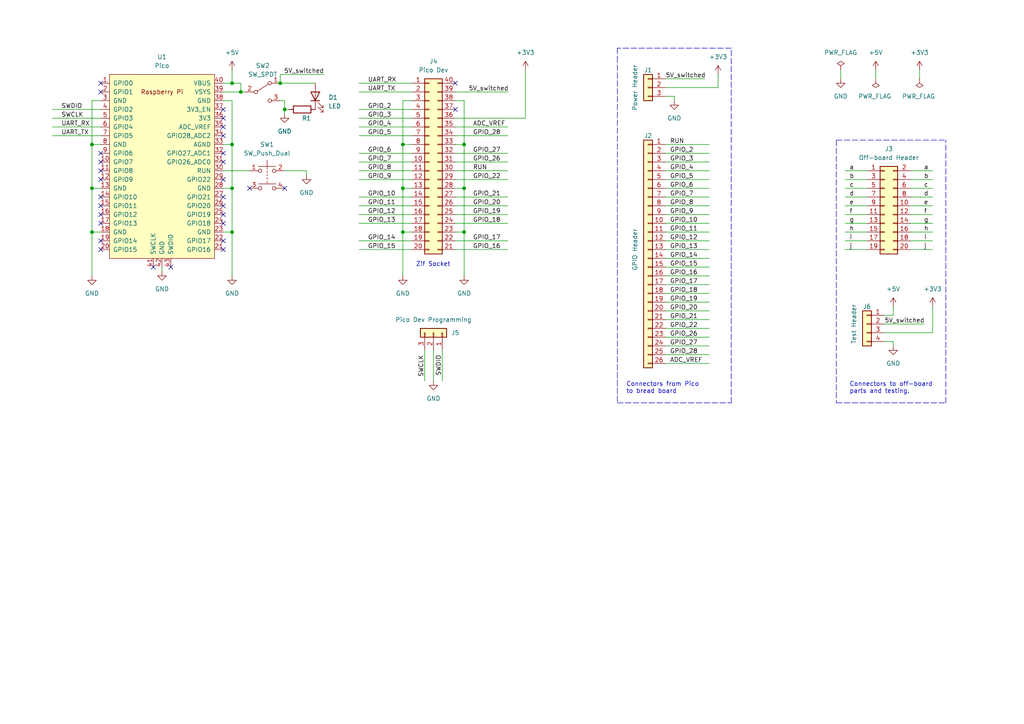
<source format=kicad_sch>
(kicad_sch (version 20211123) (generator eeschema)
  (paper "A4")
  (lib_symbols
    (symbol "Connector_Generic:Conn_01x03" (pin_names (offset 1.016) hide)
      (property "Reference" "J" (at 0 5.08 0))
      (property "Value" "Conn_01x03" (at 0 -5.08 0))
      (symbol "Conn_01x03_1_1"
        (rectangle (start -1.27 -2.413) (end 0 -2.667) (stroke (width 0.1524)))
        (rectangle (start -1.27 0.127) (end 0 -0.127) (stroke (width 0.1524)))
        (rectangle (start -1.27 2.667) (end 0 2.413) (stroke (width 0.1524)))
        (rectangle (start -1.27 3.81) (end 1.27 -3.81) (stroke (width 0.254)) (fill (type background)))
        (pin passive line (at -5.08 2.54 0) (length 3.81) (name "Pin_1") (number "1"))
        (pin passive line (at -5.08 0 0) (length 3.81) (name "Pin_2") (number "2"))
        (pin passive line (at -5.08 -2.54 0) (length 3.81) (name "Pin_3") (number "3"))
      )
    )
    (symbol "Connector_Generic:Conn_01x04" (pin_names (offset 1.016) hide)
      (property "Reference" "J" (at 0 5.08 0))
      (property "Value" "Conn_01x04" (at 0 -7.62 0))
      (symbol "Conn_01x04_1_1"
        (rectangle (start -1.27 -4.953) (end 0 -5.207) (stroke (width 0.1524)))
        (rectangle (start -1.27 -2.413) (end 0 -2.667) (stroke (width 0.1524)))
        (rectangle (start -1.27 0.127) (end 0 -0.127) (stroke (width 0.1524)))
        (rectangle (start -1.27 2.667) (end 0 2.413) (stroke (width 0.1524)))
        (rectangle (start -1.27 3.81) (end 1.27 -6.35) (stroke (width 0.254)) (fill (type background)))
        (pin passive line (at -5.08 2.54 0) (length 3.81) (name "Pin_1") (number "1"))
        (pin passive line (at -5.08 0 0) (length 3.81) (name "Pin_2") (number "2"))
        (pin passive line (at -5.08 -2.54 0) (length 3.81) (name "Pin_3") (number "3"))
        (pin passive line (at -5.08 -5.08 0) (length 3.81) (name "Pin_4") (number "4"))
      )
    )
    (symbol "Connector_Generic:Conn_01x26" (pin_names (offset 1.016) hide)
      (property "Reference" "J" (at 0 33.02 0))
      (property "Value" "Conn_01x26" (at 0 -35.56 0))
      (symbol "Conn_01x26_1_1"
        (rectangle (start -1.27 -32.893) (end 0 -33.147) (stroke (width 0.1524)))
        (rectangle (start -1.27 -30.353) (end 0 -30.607) (stroke (width 0.1524)))
        (rectangle (start -1.27 -27.813) (end 0 -28.067) (stroke (width 0.1524)))
        (rectangle (start -1.27 -25.273) (end 0 -25.527) (stroke (width 0.1524)))
        (rectangle (start -1.27 -22.733) (end 0 -22.987) (stroke (width 0.1524)))
        (rectangle (start -1.27 -20.193) (end 0 -20.447) (stroke (width 0.1524)))
        (rectangle (start -1.27 -17.653) (end 0 -17.907) (stroke (width 0.1524)))
        (rectangle (start -1.27 -15.113) (end 0 -15.367) (stroke (width 0.1524)))
        (rectangle (start -1.27 -12.573) (end 0 -12.827) (stroke (width 0.1524)))
        (rectangle (start -1.27 -10.033) (end 0 -10.287) (stroke (width 0.1524)))
        (rectangle (start -1.27 -7.493) (end 0 -7.747) (stroke (width 0.1524)))
        (rectangle (start -1.27 -4.953) (end 0 -5.207) (stroke (width 0.1524)))
        (rectangle (start -1.27 -2.413) (end 0 -2.667) (stroke (width 0.1524)))
        (rectangle (start -1.27 0.127) (end 0 -0.127) (stroke (width 0.1524)))
        (rectangle (start -1.27 2.667) (end 0 2.413) (stroke (width 0.1524)))
        (rectangle (start -1.27 5.207) (end 0 4.953) (stroke (width 0.1524)))
        (rectangle (start -1.27 7.747) (end 0 7.493) (stroke (width 0.1524)))
        (rectangle (start -1.27 10.287) (end 0 10.033) (stroke (width 0.1524)))
        (rectangle (start -1.27 12.827) (end 0 12.573) (stroke (width 0.1524)))
        (rectangle (start -1.27 15.367) (end 0 15.113) (stroke (width 0.1524)))
        (rectangle (start -1.27 17.907) (end 0 17.653) (stroke (width 0.1524)))
        (rectangle (start -1.27 20.447) (end 0 20.193) (stroke (width 0.1524)))
        (rectangle (start -1.27 22.987) (end 0 22.733) (stroke (width 0.1524)))
        (rectangle (start -1.27 25.527) (end 0 25.273) (stroke (width 0.1524)))
        (rectangle (start -1.27 28.067) (end 0 27.813) (stroke (width 0.1524)))
        (rectangle (start -1.27 30.607) (end 0 30.353) (stroke (width 0.1524)))
        (rectangle (start -1.27 31.75) (end 1.27 -34.29) (stroke (width 0.254)) (fill (type background)))
        (pin passive line (at -5.08 30.48 0) (length 3.81) (name "Pin_1") (number "1"))
        (pin passive line (at -5.08 7.62 0) (length 3.81) (name "Pin_10") (number "10"))
        (pin passive line (at -5.08 5.08 0) (length 3.81) (name "Pin_11") (number "11"))
        (pin passive line (at -5.08 2.54 0) (length 3.81) (name "Pin_12") (number "12"))
        (pin passive line (at -5.08 0 0) (length 3.81) (name "Pin_13") (number "13"))
        (pin passive line (at -5.08 -2.54 0) (length 3.81) (name "Pin_14") (number "14"))
        (pin passive line (at -5.08 -5.08 0) (length 3.81) (name "Pin_15") (number "15"))
        (pin passive line (at -5.08 -7.62 0) (length 3.81) (name "Pin_16") (number "16"))
        (pin passive line (at -5.08 -10.16 0) (length 3.81) (name "Pin_17") (number "17"))
        (pin passive line (at -5.08 -12.7 0) (length 3.81) (name "Pin_18") (number "18"))
        (pin passive line (at -5.08 -15.24 0) (length 3.81) (name "Pin_19") (number "19"))
        (pin passive line (at -5.08 27.94 0) (length 3.81) (name "Pin_2") (number "2"))
        (pin passive line (at -5.08 -17.78 0) (length 3.81) (name "Pin_20") (number "20"))
        (pin passive line (at -5.08 -20.32 0) (length 3.81) (name "Pin_21") (number "21"))
        (pin passive line (at -5.08 -22.86 0) (length 3.81) (name "Pin_22") (number "22"))
        (pin passive line (at -5.08 -25.4 0) (length 3.81) (name "Pin_23") (number "23"))
        (pin passive line (at -5.08 -27.94 0) (length 3.81) (name "Pin_24") (number "24"))
        (pin passive line (at -5.08 -30.48 0) (length 3.81) (name "Pin_25") (number "25"))
        (pin passive line (at -5.08 -33.02 0) (length 3.81) (name "Pin_26") (number "26"))
        (pin passive line (at -5.08 25.4 0) (length 3.81) (name "Pin_3") (number "3"))
        (pin passive line (at -5.08 22.86 0) (length 3.81) (name "Pin_4") (number "4"))
        (pin passive line (at -5.08 20.32 0) (length 3.81) (name "Pin_5") (number "5"))
        (pin passive line (at -5.08 17.78 0) (length 3.81) (name "Pin_6") (number "6"))
        (pin passive line (at -5.08 15.24 0) (length 3.81) (name "Pin_7") (number "7"))
        (pin passive line (at -5.08 12.7 0) (length 3.81) (name "Pin_8") (number "8"))
        (pin passive line (at -5.08 10.16 0) (length 3.81) (name "Pin_9") (number "9"))
      )
    )
    (symbol "Connector_Generic:Conn_02x10_Odd_Even" (pin_names (offset 1.016) hide)
      (property "Reference" "J" (at 1.27 12.7 0))
      (property "Value" "Conn_02x10_Odd_Even" (at 1.27 -15.24 0))
      (symbol "Conn_02x10_Odd_Even_1_1"
        (rectangle (start -1.27 -12.573) (end 0 -12.827) (stroke (width 0.1524)))
        (rectangle (start -1.27 -10.033) (end 0 -10.287) (stroke (width 0.1524)))
        (rectangle (start -1.27 -7.493) (end 0 -7.747) (stroke (width 0.1524)))
        (rectangle (start -1.27 -4.953) (end 0 -5.207) (stroke (width 0.1524)))
        (rectangle (start -1.27 -2.413) (end 0 -2.667) (stroke (width 0.1524)))
        (rectangle (start -1.27 0.127) (end 0 -0.127) (stroke (width 0.1524)))
        (rectangle (start -1.27 2.667) (end 0 2.413) (stroke (width 0.1524)))
        (rectangle (start -1.27 5.207) (end 0 4.953) (stroke (width 0.1524)))
        (rectangle (start -1.27 7.747) (end 0 7.493) (stroke (width 0.1524)))
        (rectangle (start -1.27 10.287) (end 0 10.033) (stroke (width 0.1524)))
        (rectangle (start -1.27 11.43) (end 3.81 -13.97) (stroke (width 0.254)) (fill (type background)))
        (rectangle (start 3.81 -12.573) (end 2.54 -12.827) (stroke (width 0.1524)))
        (rectangle (start 3.81 -10.033) (end 2.54 -10.287) (stroke (width 0.1524)))
        (rectangle (start 3.81 -7.493) (end 2.54 -7.747) (stroke (width 0.1524)))
        (rectangle (start 3.81 -4.953) (end 2.54 -5.207) (stroke (width 0.1524)))
        (rectangle (start 3.81 -2.413) (end 2.54 -2.667) (stroke (width 0.1524)))
        (rectangle (start 3.81 0.127) (end 2.54 -0.127) (stroke (width 0.1524)))
        (rectangle (start 3.81 2.667) (end 2.54 2.413) (stroke (width 0.1524)))
        (rectangle (start 3.81 5.207) (end 2.54 4.953) (stroke (width 0.1524)))
        (rectangle (start 3.81 7.747) (end 2.54 7.493) (stroke (width 0.1524)))
        (rectangle (start 3.81 10.287) (end 2.54 10.033) (stroke (width 0.1524)))
        (pin passive line (at -5.08 10.16 0) (length 3.81) (name "Pin_1") (number "1"))
        (pin passive line (at 7.62 0 180) (length 3.81) (name "Pin_10") (number "10"))
        (pin passive line (at -5.08 -2.54 0) (length 3.81) (name "Pin_11") (number "11"))
        (pin passive line (at 7.62 -2.54 180) (length 3.81) (name "Pin_12") (number "12"))
        (pin passive line (at -5.08 -5.08 0) (length 3.81) (name "Pin_13") (number "13"))
        (pin passive line (at 7.62 -5.08 180) (length 3.81) (name "Pin_14") (number "14"))
        (pin passive line (at -5.08 -7.62 0) (length 3.81) (name "Pin_15") (number "15"))
        (pin passive line (at 7.62 -7.62 180) (length 3.81) (name "Pin_16") (number "16"))
        (pin passive line (at -5.08 -10.16 0) (length 3.81) (name "Pin_17") (number "17"))
        (pin passive line (at 7.62 -10.16 180) (length 3.81) (name "Pin_18") (number "18"))
        (pin passive line (at -5.08 -12.7 0) (length 3.81) (name "Pin_19") (number "19"))
        (pin passive line (at 7.62 10.16 180) (length 3.81) (name "Pin_2") (number "2"))
        (pin passive line (at 7.62 -12.7 180) (length 3.81) (name "Pin_20") (number "20"))
        (pin passive line (at -5.08 7.62 0) (length 3.81) (name "Pin_3") (number "3"))
        (pin passive line (at 7.62 7.62 180) (length 3.81) (name "Pin_4") (number "4"))
        (pin passive line (at -5.08 5.08 0) (length 3.81) (name "Pin_5") (number "5"))
        (pin passive line (at 7.62 5.08 180) (length 3.81) (name "Pin_6") (number "6"))
        (pin passive line (at -5.08 2.54 0) (length 3.81) (name "Pin_7") (number "7"))
        (pin passive line (at 7.62 2.54 180) (length 3.81) (name "Pin_8") (number "8"))
        (pin passive line (at -5.08 0 0) (length 3.81) (name "Pin_9") (number "9"))
      )
    )
    (symbol "Connector_Generic:Conn_02x20_Counter_Clockwise" (pin_names (offset 1.016) hide)
      (property "Reference" "J" (at 1.27 25.4 0))
      (property "Value" "Conn_02x20_Counter_Clockwise" (at 1.27 -27.94 0))
      (symbol "Conn_02x20_Counter_Clockwise_1_1"
        (rectangle (start -1.27 -25.273) (end 0 -25.527) (stroke (width 0.1524)))
        (rectangle (start -1.27 -22.733) (end 0 -22.987) (stroke (width 0.1524)))
        (rectangle (start -1.27 -20.193) (end 0 -20.447) (stroke (width 0.1524)))
        (rectangle (start -1.27 -17.653) (end 0 -17.907) (stroke (width 0.1524)))
        (rectangle (start -1.27 -15.113) (end 0 -15.367) (stroke (width 0.1524)))
        (rectangle (start -1.27 -12.573) (end 0 -12.827) (stroke (width 0.1524)))
        (rectangle (start -1.27 -10.033) (end 0 -10.287) (stroke (width 0.1524)))
        (rectangle (start -1.27 -7.493) (end 0 -7.747) (stroke (width 0.1524)))
        (rectangle (start -1.27 -4.953) (end 0 -5.207) (stroke (width 0.1524)))
        (rectangle (start -1.27 -2.413) (end 0 -2.667) (stroke (width 0.1524)))
        (rectangle (start -1.27 0.127) (end 0 -0.127) (stroke (width 0.1524)))
        (rectangle (start -1.27 2.667) (end 0 2.413) (stroke (width 0.1524)))
        (rectangle (start -1.27 5.207) (end 0 4.953) (stroke (width 0.1524)))
        (rectangle (start -1.27 7.747) (end 0 7.493) (stroke (width 0.1524)))
        (rectangle (start -1.27 10.287) (end 0 10.033) (stroke (width 0.1524)))
        (rectangle (start -1.27 12.827) (end 0 12.573) (stroke (width 0.1524)))
        (rectangle (start -1.27 15.367) (end 0 15.113) (stroke (width 0.1524)))
        (rectangle (start -1.27 17.907) (end 0 17.653) (stroke (width 0.1524)))
        (rectangle (start -1.27 20.447) (end 0 20.193) (stroke (width 0.1524)))
        (rectangle (start -1.27 22.987) (end 0 22.733) (stroke (width 0.1524)))
        (rectangle (start -1.27 24.13) (end 3.81 -26.67) (stroke (width 0.254)) (fill (type background)))
        (rectangle (start 3.81 -25.273) (end 2.54 -25.527) (stroke (width 0.1524)))
        (rectangle (start 3.81 -22.733) (end 2.54 -22.987) (stroke (width 0.1524)))
        (rectangle (start 3.81 -20.193) (end 2.54 -20.447) (stroke (width 0.1524)))
        (rectangle (start 3.81 -17.653) (end 2.54 -17.907) (stroke (width 0.1524)))
        (rectangle (start 3.81 -15.113) (end 2.54 -15.367) (stroke (width 0.1524)))
        (rectangle (start 3.81 -12.573) (end 2.54 -12.827) (stroke (width 0.1524)))
        (rectangle (start 3.81 -10.033) (end 2.54 -10.287) (stroke (width 0.1524)))
        (rectangle (start 3.81 -7.493) (end 2.54 -7.747) (stroke (width 0.1524)))
        (rectangle (start 3.81 -4.953) (end 2.54 -5.207) (stroke (width 0.1524)))
        (rectangle (start 3.81 -2.413) (end 2.54 -2.667) (stroke (width 0.1524)))
        (rectangle (start 3.81 0.127) (end 2.54 -0.127) (stroke (width 0.1524)))
        (rectangle (start 3.81 2.667) (end 2.54 2.413) (stroke (width 0.1524)))
        (rectangle (start 3.81 5.207) (end 2.54 4.953) (stroke (width 0.1524)))
        (rectangle (start 3.81 7.747) (end 2.54 7.493) (stroke (width 0.1524)))
        (rectangle (start 3.81 10.287) (end 2.54 10.033) (stroke (width 0.1524)))
        (rectangle (start 3.81 12.827) (end 2.54 12.573) (stroke (width 0.1524)))
        (rectangle (start 3.81 15.367) (end 2.54 15.113) (stroke (width 0.1524)))
        (rectangle (start 3.81 17.907) (end 2.54 17.653) (stroke (width 0.1524)))
        (rectangle (start 3.81 20.447) (end 2.54 20.193) (stroke (width 0.1524)))
        (rectangle (start 3.81 22.987) (end 2.54 22.733) (stroke (width 0.1524)))
        (pin passive line (at -5.08 22.86 0) (length 3.81) (name "Pin_1") (number "1"))
        (pin passive line (at -5.08 0 0) (length 3.81) (name "Pin_10") (number "10"))
        (pin passive line (at -5.08 -2.54 0) (length 3.81) (name "Pin_11") (number "11"))
        (pin passive line (at -5.08 -5.08 0) (length 3.81) (name "Pin_12") (number "12"))
        (pin passive line (at -5.08 -7.62 0) (length 3.81) (name "Pin_13") (number "13"))
        (pin passive line (at -5.08 -10.16 0) (length 3.81) (name "Pin_14") (number "14"))
        (pin passive line (at -5.08 -12.7 0) (length 3.81) (name "Pin_15") (number "15"))
        (pin passive line (at -5.08 -15.24 0) (length 3.81) (name "Pin_16") (number "16"))
        (pin passive line (at -5.08 -17.78 0) (length 3.81) (name "Pin_17") (number "17"))
        (pin passive line (at -5.08 -20.32 0) (length 3.81) (name "Pin_18") (number "18"))
        (pin passive line (at -5.08 -22.86 0) (length 3.81) (name "Pin_19") (number "19"))
        (pin passive line (at -5.08 20.32 0) (length 3.81) (name "Pin_2") (number "2"))
        (pin passive line (at -5.08 -25.4 0) (length 3.81) (name "Pin_20") (number "20"))
        (pin passive line (at 7.62 -25.4 180) (length 3.81) (name "Pin_21") (number "21"))
        (pin passive line (at 7.62 -22.86 180) (length 3.81) (name "Pin_22") (number "22"))
        (pin passive line (at 7.62 -20.32 180) (length 3.81) (name "Pin_23") (number "23"))
        (pin passive line (at 7.62 -17.78 180) (length 3.81) (name "Pin_24") (number "24"))
        (pin passive line (at 7.62 -15.24 180) (length 3.81) (name "Pin_25") (number "25"))
        (pin passive line (at 7.62 -12.7 180) (length 3.81) (name "Pin_26") (number "26"))
        (pin passive line (at 7.62 -10.16 180) (length 3.81) (name "Pin_27") (number "27"))
        (pin passive line (at 7.62 -7.62 180) (length 3.81) (name "Pin_28") (number "28"))
        (pin passive line (at 7.62 -5.08 180) (length 3.81) (name "Pin_29") (number "29"))
        (pin passive line (at -5.08 17.78 0) (length 3.81) (name "Pin_3") (number "3"))
        (pin passive line (at 7.62 -2.54 180) (length 3.81) (name "Pin_30") (number "30"))
        (pin passive line (at 7.62 0 180) (length 3.81) (name "Pin_31") (number "31"))
        (pin passive line (at 7.62 2.54 180) (length 3.81) (name "Pin_32") (number "32"))
        (pin passive line (at 7.62 5.08 180) (length 3.81) (name "Pin_33") (number "33"))
        (pin passive line (at 7.62 7.62 180) (length 3.81) (name "Pin_34") (number "34"))
        (pin passive line (at 7.62 10.16 180) (length 3.81) (name "Pin_35") (number "35"))
        (pin passive line (at 7.62 12.7 180) (length 3.81) (name "Pin_36") (number "36"))
        (pin passive line (at 7.62 15.24 180) (length 3.81) (name "Pin_37") (number "37"))
        (pin passive line (at 7.62 17.78 180) (length 3.81) (name "Pin_38") (number "38"))
        (pin passive line (at 7.62 20.32 180) (length 3.81) (name "Pin_39") (number "39"))
        (pin passive line (at -5.08 15.24 0) (length 3.81) (name "Pin_4") (number "4"))
        (pin passive line (at 7.62 22.86 180) (length 3.81) (name "Pin_40") (number "40"))
        (pin passive line (at -5.08 12.7 0) (length 3.81) (name "Pin_5") (number "5"))
        (pin passive line (at -5.08 10.16 0) (length 3.81) (name "Pin_6") (number "6"))
        (pin passive line (at -5.08 7.62 0) (length 3.81) (name "Pin_7") (number "7"))
        (pin passive line (at -5.08 5.08 0) (length 3.81) (name "Pin_8") (number "8"))
        (pin passive line (at -5.08 2.54 0) (length 3.81) (name "Pin_9") (number "9"))
      )
    )
    (symbol "Device:LED" (pin_numbers hide) (pin_names (offset 1.016) hide)
      (property "Reference" "D" (at 0 2.54 0))
      (property "Value" "LED" (at 0 -2.54 0))
      (symbol "LED_0_1"
        (polyline (pts (xy -1.27 -1.27) (xy -1.27 1.27)) (stroke (width 0.254)))
        (polyline (pts (xy -1.27 0) (xy 1.27 0)))
        (polyline (pts (xy 1.27 -1.27) (xy 1.27 1.27) (xy -1.27 0) (xy 1.27 -1.27)) (stroke (width 0.254)))
        (polyline (pts (xy -3.048 -0.762) (xy -4.572 -2.286) (xy -3.81 -2.286) (xy -4.572 -2.286) (xy -4.572 -1.524)))
        (polyline (pts (xy -1.778 -0.762) (xy -3.302 -2.286) (xy -2.54 -2.286) (xy -3.302 -2.286) (xy -3.302 -1.524)))
      )
      (symbol "LED_1_1"
        (pin passive line (at -3.81 0 0) (length 2.54) (name "K") (number "1"))
        (pin passive line (at 3.81 0 180) (length 2.54) (name "A") (number "2"))
      )
    )
    (symbol "Device:R" (pin_numbers hide) (pin_names (offset 0))
      (property "Reference" "R" (at 2.032 0 90))
      (property "Value" "R" (at 0 0 90))
      (symbol "R_0_1"
        (rectangle (start -1.016 -2.54) (end 1.016 2.54) (stroke (width 0.254)))
      )
      (symbol "R_1_1"
        (pin passive line (at 0 3.81 270) (length 1.27) (name "~") (number "1"))
        (pin passive line (at 0 -3.81 90) (length 1.27) (name "~") (number "2"))
      )
    )
    (symbol "MCU_RaspberryPi_and_Boards:Pico" (pin_names (offset 1.016))
      (property "Reference" "U" (at -13.97 27.94 0))
      (property "Value" "Pico" (at 0 19.05 0))
      (symbol "Pico_0_0"
        (text "Raspberry Pi" (at 0 21.59 0) (effects (font (size 1.27 1.27))))
      )
      (symbol "Pico_0_1"
        (rectangle (start -15.24 26.67) (end 15.24 -26.67) (fill (type background)))
      )
      (symbol "Pico_1_1"
        (pin bidirectional line (at -17.78 24.13 0) (length 2.54) (name "GPIO0") (number "1"))
        (pin bidirectional line (at -17.78 1.27 0) (length 2.54) (name "GPIO7") (number "10"))
        (pin bidirectional line (at -17.78 -1.27 0) (length 2.54) (name "GPIO8") (number "11"))
        (pin bidirectional line (at -17.78 -3.81 0) (length 2.54) (name "GPIO9") (number "12"))
        (pin power_in line (at -17.78 -6.35 0) (length 2.54) (name "GND") (number "13"))
        (pin bidirectional line (at -17.78 -8.89 0) (length 2.54) (name "GPIO10") (number "14"))
        (pin bidirectional line (at -17.78 -11.43 0) (length 2.54) (name "GPIO11") (number "15"))
        (pin bidirectional line (at -17.78 -13.97 0) (length 2.54) (name "GPIO12") (number "16"))
        (pin bidirectional line (at -17.78 -16.51 0) (length 2.54) (name "GPIO13") (number "17"))
        (pin power_in line (at -17.78 -19.05 0) (length 2.54) (name "GND") (number "18"))
        (pin bidirectional line (at -17.78 -21.59 0) (length 2.54) (name "GPIO14") (number "19"))
        (pin bidirectional line (at -17.78 21.59 0) (length 2.54) (name "GPIO1") (number "2"))
        (pin bidirectional line (at -17.78 -24.13 0) (length 2.54) (name "GPIO15") (number "20"))
        (pin bidirectional line (at 17.78 -24.13 180) (length 2.54) (name "GPIO16") (number "21"))
        (pin bidirectional line (at 17.78 -21.59 180) (length 2.54) (name "GPIO17") (number "22"))
        (pin power_in line (at 17.78 -19.05 180) (length 2.54) (name "GND") (number "23"))
        (pin bidirectional line (at 17.78 -16.51 180) (length 2.54) (name "GPIO18") (number "24"))
        (pin bidirectional line (at 17.78 -13.97 180) (length 2.54) (name "GPIO19") (number "25"))
        (pin bidirectional line (at 17.78 -11.43 180) (length 2.54) (name "GPIO20") (number "26"))
        (pin bidirectional line (at 17.78 -8.89 180) (length 2.54) (name "GPIO21") (number "27"))
        (pin power_in line (at 17.78 -6.35 180) (length 2.54) (name "GND") (number "28"))
        (pin bidirectional line (at 17.78 -3.81 180) (length 2.54) (name "GPIO22") (number "29"))
        (pin power_in line (at -17.78 19.05 0) (length 2.54) (name "GND") (number "3"))
        (pin input line (at 17.78 -1.27 180) (length 2.54) (name "RUN") (number "30"))
        (pin bidirectional line (at 17.78 1.27 180) (length 2.54) (name "GPIO26_ADC0") (number "31"))
        (pin bidirectional line (at 17.78 3.81 180) (length 2.54) (name "GPIO27_ADC1") (number "32"))
        (pin power_in line (at 17.78 6.35 180) (length 2.54) (name "AGND") (number "33"))
        (pin bidirectional line (at 17.78 8.89 180) (length 2.54) (name "GPIO28_ADC2") (number "34"))
        (pin unspecified line (at 17.78 11.43 180) (length 2.54) (name "ADC_VREF") (number "35"))
        (pin unspecified line (at 17.78 13.97 180) (length 2.54) (name "3V3") (number "36"))
        (pin input line (at 17.78 16.51 180) (length 2.54) (name "3V3_EN") (number "37"))
        (pin bidirectional line (at 17.78 19.05 180) (length 2.54) (name "GND") (number "38"))
        (pin unspecified line (at 17.78 21.59 180) (length 2.54) (name "VSYS") (number "39"))
        (pin bidirectional line (at -17.78 16.51 0) (length 2.54) (name "GPIO2") (number "4"))
        (pin unspecified line (at 17.78 24.13 180) (length 2.54) (name "VBUS") (number "40"))
        (pin input line (at -2.54 -29.21 90) (length 2.54) (name "SWCLK") (number "41"))
        (pin power_in line (at 0 -29.21 90) (length 2.54) (name "GND") (number "42"))
        (pin bidirectional line (at 2.54 -29.21 90) (length 2.54) (name "SWDIO") (number "43"))
        (pin bidirectional line (at -17.78 13.97 0) (length 2.54) (name "GPIO3") (number "5"))
        (pin bidirectional line (at -17.78 11.43 0) (length 2.54) (name "GPIO4") (number "6"))
        (pin bidirectional line (at -17.78 8.89 0) (length 2.54) (name "GPIO5") (number "7"))
        (pin power_in line (at -17.78 6.35 0) (length 2.54) (name "GND") (number "8"))
        (pin bidirectional line (at -17.78 3.81 0) (length 2.54) (name "GPIO6") (number "9"))
      )
    )
    (symbol "Switch:SW_Push_Dual" (pin_names (offset 1.016) hide)
      (property "Reference" "SW" (at 1.27 2.54 0))
      (property "Value" "SW_Push_Dual" (at 0 -6.858 0))
      (symbol "SW_Push_Dual_0_1"
        (circle (center -2.032 -5.08) (radius 0.508))
        (circle (center -2.032 0) (radius 0.508))
        (polyline (pts (xy 0 -3.048) (xy 0 -3.556)))
        (polyline (pts (xy 0 -2.032) (xy 0 -2.54)))
        (polyline (pts (xy 0 -1.524) (xy 0 -1.016)))
        (polyline (pts (xy 0 -0.508) (xy 0 0)))
        (polyline (pts (xy 0 0.508) (xy 0 1.016)))
        (polyline (pts (xy 0 1.27) (xy 0 3.048)))
        (polyline (pts (xy 2.54 -3.81) (xy -2.54 -3.81)))
        (polyline (pts (xy 2.54 1.27) (xy -2.54 1.27)))
        (circle (center 2.032 -5.08) (radius 0.508))
        (circle (center 2.032 0) (radius 0.508))
        (pin passive line (at -5.08 0 0) (length 2.54) (name "1") (number "1"))
        (pin passive line (at 5.08 0 180) (length 2.54) (name "2") (number "2"))
        (pin passive line (at -5.08 -5.08 0) (length 2.54) (name "3") (number "3"))
        (pin passive line (at 5.08 -5.08 180) (length 2.54) (name "4") (number "4"))
      )
    )
    (symbol "Switch:SW_SPDT" (pin_names (offset 0) hide)
      (property "Reference" "SW" (at 0 4.318 0))
      (property "Value" "SW_SPDT" (at 0 -5.08 0))
      (symbol "SW_SPDT_0_0"
        (circle (center -2.032 0) (radius 0.508))
        (circle (center 2.032 -2.54) (radius 0.508))
      )
      (symbol "SW_SPDT_0_1"
        (polyline (pts (xy -1.524 0.254) (xy 1.651 2.286)))
        (circle (center 2.032 2.54) (radius 0.508))
      )
      (symbol "SW_SPDT_1_1"
        (pin passive line (at 5.08 2.54 180) (length 2.54) (name "A") (number "1"))
        (pin passive line (at -5.08 0 0) (length 2.54) (name "B") (number "2"))
        (pin passive line (at 5.08 -2.54 180) (length 2.54) (name "C") (number "3"))
      )
    )
    (symbol "power:+3.3V" (power) (pin_names (offset 0))
      (property "Value" "+3.3V" (at 0 3.556 0))
      (symbol "+3.3V_0_1"
        (polyline (pts (xy -0.762 1.27) (xy 0 2.54)))
        (polyline (pts (xy 0 0) (xy 0 2.54)))
        (polyline (pts (xy 0 2.54) (xy 0.762 1.27)))
      )
      (symbol "+3.3V_1_1"
        (pin power_in line (at 0 0 90) (length 0) hide (name "+3V3") (number "1"))
      )
    )
    (symbol "power:+5V" (power) (pin_names (offset 0))
      (property "Value" "+5V" (at 0 3.556 0))
      (symbol "+5V_0_1"
        (polyline (pts (xy -0.762 1.27) (xy 0 2.54)))
        (polyline (pts (xy 0 0) (xy 0 2.54)))
        (polyline (pts (xy 0 2.54) (xy 0.762 1.27)))
      )
      (symbol "+5V_1_1"
        (pin power_in line (at 0 0 90) (length 0) hide (name "+5V") (number "1"))
      )
    )
    (symbol "power:GND" (power) (pin_names (offset 0))
      (property "Value" "GND" (at 0 -3.81 0))
      (symbol "GND_0_1"
        (polyline (pts (xy 0 0) (xy 0 -1.27) (xy 1.27 -1.27) (xy 0 -2.54) (xy -1.27 -1.27) (xy 0 -1.27)))
      )
      (symbol "GND_1_1"
        (pin power_in line (at 0 0 270) (length 0) hide (name "GND") (number "1"))
      )
    )
    (symbol "power:PWR_FLAG" (power) (pin_numbers hide) (pin_names (offset 0) hide)
      (property "Value" "PWR_FLAG" (at 0 3.81 0))
      (symbol "PWR_FLAG_0_0"
        (pin power_out line (at 0 0 90) (length 0) (name "pwr") (number "1"))
      )
      (symbol "PWR_FLAG_0_1"
        (polyline (pts (xy 0 0) (xy 0 1.27) (xy -1.016 1.905) (xy 0 2.54) (xy 1.016 1.905) (xy 0 1.27)))
      )
    )
  )
  (junction (at 116.84 41.91))
  (junction (at 26.67 67.31))
  (junction (at 26.67 54.61))
  (junction (at 26.67 41.91))
  (junction (at 116.84 67.31))
  (junction (at 134.62 41.91))
  (junction (at 67.31 41.91))
  (junction (at 116.84 54.61))
  (junction (at 67.31 67.31))
  (junction (at 81.28 24.13))
  (junction (at 134.62 67.31))
  (junction (at 134.62 54.61))
  (junction (at 69.85 26.67))
  (junction (at 67.31 54.61))
  (junction (at 67.31 24.13))
  (junction (at 82.55 31.75))
  (no_connect (at 44.45 77.47))
  (no_connect (at 49.53 77.47))
  (no_connect (at 132.08 24.13))
  (no_connect (at 82.55 54.61))
  (no_connect (at 72.39 54.61))
  (no_connect (at 64.77 34.29))
  (no_connect (at 64.77 31.75))
  (no_connect (at 132.08 31.75))
  (no_connect (at 29.21 52.07))
  (no_connect (at 29.21 49.53))
  (no_connect (at 29.21 46.99))
  (no_connect (at 29.21 44.45))
  (no_connect (at 29.21 26.67))
  (no_connect (at 64.77 46.99))
  (no_connect (at 64.77 52.07))
  (no_connect (at 64.77 39.37))
  (no_connect (at 64.77 44.45))
  (no_connect (at 64.77 36.83))
  (no_connect (at 64.77 69.85))
  (no_connect (at 64.77 64.77))
  (no_connect (at 64.77 72.39))
  (no_connect (at 64.77 57.15))
  (no_connect (at 64.77 59.69))
  (no_connect (at 64.77 62.23))
  (no_connect (at 29.21 59.69))
  (no_connect (at 29.21 62.23))
  (no_connect (at 29.21 64.77))
  (no_connect (at 29.21 69.85))
  (no_connect (at 29.21 57.15))
  (no_connect (at 29.21 72.39))
  (no_connect (at 29.21 24.13))
  (wire (pts (xy 132.08 67.31) (xy 134.62 67.31)))
  (wire (pts (xy 26.67 67.31) (xy 26.67 80.01)))
  (wire (pts (xy 132.08 59.69) (xy 147.32 59.69)))
  (wire (pts (xy 132.08 54.61) (xy 134.62 54.61)))
  (wire (pts (xy 116.84 29.21) (xy 116.84 41.91)))
  (wire (pts (xy 132.08 72.39) (xy 147.32 72.39)))
  (wire (pts (xy 132.08 62.23) (xy 147.32 62.23)))
  (wire (pts (xy 67.31 41.91) (xy 67.31 54.61)))
  (wire (pts (xy 264.16 54.61) (xy 270.51 54.61)))
  (wire (pts (xy 245.11 69.85) (xy 251.46 69.85)))
  (wire (pts (xy 193.04 102.87) (xy 205.74 102.87)))
  (wire (pts (xy 29.21 41.91) (xy 26.67 41.91)))
  (wire (pts (xy 125.73 101.6) (xy 125.73 110.49)))
  (wire (pts (xy 116.84 54.61) (xy 116.84 67.31)))
  (wire (pts (xy 67.31 24.13) (xy 69.85 24.13)))
  (wire (pts (xy 46.99 78.74) (xy 46.99 77.47)))
  (wire (pts (xy 64.77 54.61) (xy 67.31 54.61)))
  (wire (pts (xy 132.08 26.67) (xy 147.32 26.67)))
  (wire (pts (xy 256.54 93.98) (xy 267.97 93.98)))
  (wire (pts (xy 193.04 67.31) (xy 205.74 67.31)))
  (wire (pts (xy 64.77 41.91) (xy 67.31 41.91)))
  (wire (pts (xy 69.85 26.67) (xy 64.77 26.67)))
  (wire (pts (xy 193.04 27.94) (xy 195.58 27.94)))
  (wire (pts (xy 256.54 96.52) (xy 270.51 96.52)))
  (wire (pts (xy 104.14 59.69) (xy 119.38 59.69)))
  (wire (pts (xy 193.04 100.33) (xy 205.74 100.33)))
  (wire (pts (xy 245.11 62.23) (xy 251.46 62.23)))
  (wire (pts (xy 256.54 99.06) (xy 259.08 99.06)))
  (wire (pts (xy 245.11 67.31) (xy 251.46 67.31)))
  (wire (pts (xy 119.38 54.61) (xy 116.84 54.61)))
  (wire (pts (xy 132.08 39.37) (xy 147.32 39.37)))
  (wire (pts (xy 128.27 101.6) (xy 128.27 110.49)))
  (wire (pts (xy 104.14 24.13) (xy 119.38 24.13)))
  (polyline (pts (xy 242.57 116.84) (xy 274.32 116.84)))
  (wire (pts (xy 270.51 88.9) (xy 270.51 96.52)))
  (wire (pts (xy 193.04 64.77) (xy 205.74 64.77)))
  (wire (pts (xy 67.31 54.61) (xy 67.31 67.31)))
  (wire (pts (xy 193.04 69.85) (xy 205.74 69.85)))
  (wire (pts (xy 82.55 49.53) (xy 88.9 49.53)))
  (wire (pts (xy 67.31 67.31) (xy 67.31 80.01)))
  (wire (pts (xy 104.14 46.99) (xy 119.38 46.99)))
  (wire (pts (xy 193.04 25.4) (xy 208.28 25.4)))
  (wire (pts (xy 193.04 22.86) (xy 204.47 22.86)))
  (wire (pts (xy 193.04 97.79) (xy 205.74 97.79)))
  (wire (pts (xy 266.7 20.32) (xy 266.7 22.86)))
  (wire (pts (xy 193.04 85.09) (xy 205.74 85.09)))
  (wire (pts (xy 64.77 24.13) (xy 67.31 24.13)))
  (wire (pts (xy 64.77 49.53) (xy 72.39 49.53)))
  (wire (pts (xy 119.38 67.31) (xy 116.84 67.31)))
  (wire (pts (xy 193.04 49.53) (xy 205.74 49.53)))
  (wire (pts (xy 208.28 21.59) (xy 208.28 25.4)))
  (wire (pts (xy 193.04 57.15) (xy 205.74 57.15)))
  (wire (pts (xy 245.11 72.39) (xy 251.46 72.39)))
  (wire (pts (xy 104.14 39.37) (xy 119.38 39.37)))
  (wire (pts (xy 132.08 41.91) (xy 134.62 41.91)))
  (wire (pts (xy 104.14 64.77) (xy 119.38 64.77)))
  (wire (pts (xy 245.11 57.15) (xy 251.46 57.15)))
  (wire (pts (xy 104.14 72.39) (xy 119.38 72.39)))
  (polyline (pts (xy 242.57 40.64) (xy 242.57 116.84)))
  (wire (pts (xy 193.04 72.39) (xy 205.74 72.39)))
  (wire (pts (xy 193.04 82.55) (xy 205.74 82.55)))
  (wire (pts (xy 264.16 59.69) (xy 270.51 59.69)))
  (wire (pts (xy 264.16 69.85) (xy 270.51 69.85)))
  (wire (pts (xy 132.08 29.21) (xy 134.62 29.21)))
  (wire (pts (xy 104.14 49.53) (xy 119.38 49.53)))
  (wire (pts (xy 64.77 67.31) (xy 67.31 67.31)))
  (wire (pts (xy 134.62 67.31) (xy 134.62 80.01)))
  (wire (pts (xy 104.14 62.23) (xy 119.38 62.23)))
  (wire (pts (xy 264.16 62.23) (xy 270.51 62.23)))
  (wire (pts (xy 195.58 27.94) (xy 195.58 29.21)))
  (wire (pts (xy 116.84 41.91) (xy 116.84 54.61)))
  (wire (pts (xy 67.31 29.21) (xy 67.31 41.91)))
  (wire (pts (xy 193.04 52.07) (xy 205.74 52.07)))
  (wire (pts (xy 82.55 31.75) (xy 83.82 31.75)))
  (wire (pts (xy 264.16 52.07) (xy 270.51 52.07)))
  (wire (pts (xy 259.08 99.06) (xy 259.08 100.33)))
  (wire (pts (xy 193.04 41.91) (xy 205.74 41.91)))
  (wire (pts (xy 119.38 41.91) (xy 116.84 41.91)))
  (wire (pts (xy 104.14 69.85) (xy 119.38 69.85)))
  (wire (pts (xy 116.84 67.31) (xy 116.84 80.01)))
  (wire (pts (xy 193.04 77.47) (xy 205.74 77.47)))
  (wire (pts (xy 29.21 29.21) (xy 26.67 29.21)))
  (wire (pts (xy 254 20.32) (xy 254 22.86)))
  (wire (pts (xy 245.11 54.61) (xy 251.46 54.61)))
  (wire (pts (xy 193.04 74.93) (xy 205.74 74.93)))
  (wire (pts (xy 119.38 29.21) (xy 116.84 29.21)))
  (wire (pts (xy 152.4 20.32) (xy 152.4 34.29)))
  (wire (pts (xy 104.14 36.83) (xy 119.38 36.83)))
  (wire (pts (xy 193.04 90.17) (xy 205.74 90.17)))
  (wire (pts (xy 81.28 24.13) (xy 91.44 24.13)))
  (polyline (pts (xy 242.57 40.64) (xy 274.32 40.64)))
  (wire (pts (xy 193.04 46.99) (xy 205.74 46.99)))
  (wire (pts (xy 193.04 95.25) (xy 205.74 95.25)))
  (wire (pts (xy 193.04 59.69) (xy 205.74 59.69)))
  (polyline (pts (xy 179.07 13.97) (xy 179.07 16.51)))
  (wire (pts (xy 264.16 57.15) (xy 270.51 57.15)))
  (wire (pts (xy 88.9 49.53) (xy 88.9 50.8)))
  (wire (pts (xy 64.77 29.21) (xy 67.31 29.21)))
  (wire (pts (xy 82.55 31.75) (xy 82.55 33.02)))
  (wire (pts (xy 69.85 24.13) (xy 69.85 26.67)))
  (wire (pts (xy 134.62 41.91) (xy 134.62 54.61)))
  (wire (pts (xy 81.28 24.13) (xy 81.28 21.59)))
  (wire (pts (xy 256.54 91.44) (xy 259.08 91.44)))
  (wire (pts (xy 104.14 34.29) (xy 119.38 34.29)))
  (wire (pts (xy 264.16 64.77) (xy 270.51 64.77)))
  (wire (pts (xy 15.24 36.83) (xy 29.21 36.83)))
  (wire (pts (xy 243.84 20.32) (xy 243.84 22.86)))
  (wire (pts (xy 193.04 62.23) (xy 205.74 62.23)))
  (wire (pts (xy 245.11 52.07) (xy 251.46 52.07)))
  (wire (pts (xy 132.08 44.45) (xy 147.32 44.45)))
  (wire (pts (xy 15.24 31.75) (xy 29.21 31.75)))
  (wire (pts (xy 132.08 52.07) (xy 147.32 52.07)))
  (wire (pts (xy 245.11 64.77) (xy 251.46 64.77)))
  (wire (pts (xy 15.24 34.29) (xy 29.21 34.29)))
  (polyline (pts (xy 179.07 116.84) (xy 212.09 116.84)))
  (wire (pts (xy 81.28 29.21) (xy 82.55 29.21)))
  (wire (pts (xy 123.19 101.6) (xy 123.19 110.49)))
  (wire (pts (xy 104.14 31.75) (xy 119.38 31.75)))
  (wire (pts (xy 259.08 91.44) (xy 259.08 88.9)))
  (wire (pts (xy 193.04 92.71) (xy 205.74 92.71)))
  (wire (pts (xy 69.85 26.67) (xy 71.12 26.67)))
  (wire (pts (xy 264.16 72.39) (xy 270.51 72.39)))
  (wire (pts (xy 193.04 44.45) (xy 205.74 44.45)))
  (wire (pts (xy 67.31 20.32) (xy 67.31 24.13)))
  (wire (pts (xy 132.08 49.53) (xy 147.32 49.53)))
  (wire (pts (xy 104.14 52.07) (xy 119.38 52.07)))
  (polyline (pts (xy 274.32 116.84) (xy 274.32 40.64)))
  (wire (pts (xy 193.04 80.01) (xy 205.74 80.01)))
  (wire (pts (xy 132.08 36.83) (xy 147.32 36.83)))
  (wire (pts (xy 26.67 54.61) (xy 26.67 67.31)))
  (wire (pts (xy 104.14 57.15) (xy 119.38 57.15)))
  (wire (pts (xy 26.67 41.91) (xy 26.67 54.61)))
  (wire (pts (xy 245.11 49.53) (xy 251.46 49.53)))
  (polyline (pts (xy 212.09 13.97) (xy 179.07 13.97)))
  (wire (pts (xy 193.04 54.61) (xy 205.74 54.61)))
  (wire (pts (xy 193.04 87.63) (xy 205.74 87.63)))
  (wire (pts (xy 104.14 44.45) (xy 119.38 44.45)))
  (wire (pts (xy 82.55 29.21) (xy 82.55 31.75)))
  (wire (pts (xy 104.14 26.67) (xy 119.38 26.67)))
  (wire (pts (xy 81.28 21.59) (xy 93.98 21.59)))
  (wire (pts (xy 132.08 69.85) (xy 147.32 69.85)))
  (wire (pts (xy 134.62 54.61) (xy 134.62 67.31)))
  (polyline (pts (xy 212.09 116.84) (xy 212.09 13.97)))
  (polyline (pts (xy 179.07 16.51) (xy 179.07 116.84)))
  (wire (pts (xy 132.08 46.99) (xy 147.32 46.99)))
  (wire (pts (xy 134.62 29.21) (xy 134.62 41.91)))
  (wire (pts (xy 15.24 39.37) (xy 29.21 39.37)))
  (wire (pts (xy 132.08 57.15) (xy 147.32 57.15)))
  (wire (pts (xy 26.67 29.21) (xy 26.67 41.91)))
  (wire (pts (xy 132.08 34.29) (xy 152.4 34.29)))
  (wire (pts (xy 29.21 67.31) (xy 26.67 67.31)))
  (wire (pts (xy 132.08 64.77) (xy 147.32 64.77)))
  (wire (pts (xy 264.16 67.31) (xy 270.51 67.31)))
  (wire (pts (xy 193.04 105.41) (xy 205.74 105.41)))
  (wire (pts (xy 245.11 59.69) (xy 251.46 59.69)))
  (wire (pts (xy 264.16 49.53) (xy 270.51 49.53)))
  (wire (pts (xy 29.21 54.61) (xy 26.67 54.61)))
  (text "Connectors from Pico\nto bread board" (at 181.61 114.3 0) (effects (font (size 1.27 1.27)) (justify left bottom)))
  (text "Connectors to off-board \nparts and testing." (at 246.38 114.3 0) (effects (font (size 1.27 1.27)) (justify left bottom)))
  (text "Zif Socket" (at 120.65 77.47 0) (effects (font (size 1.27 1.27)) (justify left bottom)))
  (label "GPIO_20" (at 137.16 59.69 0))
  (label "a" (at 267.97 49.53 0))
  (label "GPIO_2" (at 194.31 44.45 0))
  (label "f" (at 267.97 62.23 0))
  (label "GPIO_28" (at 137.16 39.37 0))
  (label "5V_switched" (at 135.89 26.67 0))
  (label "a" (at 246.38 49.53 0))
  (label "GPIO_11" (at 194.31 67.31 0))
  (label "GPIO_3" (at 194.31 46.99 0))
  (label "f" (at 246.38 62.23 0))
  (label "GPIO_12" (at 194.31 69.85 0))
  (label "GPIO_7" (at 194.31 57.15 0))
  (label "GPIO_5" (at 194.31 52.07 0))
  (label "GPIO_21" (at 137.16 57.15 0))
  (label "c" (at 267.97 54.61 0))
  (label "5V_switched" (at 193.04 22.86 0))
  (label "GPIO_16" (at 137.16 72.39 0))
  (label "GPIO_8" (at 194.31 59.69 0))
  (label "UART_TX" (at 17.78 39.37 0))
  (label "GPIO_18" (at 194.31 85.09 0))
  (label "GPIO_20" (at 194.31 90.17 0))
  (label "c" (at 246.38 54.61 0))
  (label "h" (at 246.38 67.31 0))
  (label "GPIO_17" (at 137.16 69.85 0))
  (label "GPIO_21" (at 194.31 92.71 0))
  (label "GPIO_9" (at 106.68 52.07 0))
  (label "GPIO_5" (at 106.68 39.37 0))
  (label "GPIO_22" (at 137.16 52.07 0))
  (label "e" (at 246.38 59.69 0))
  (label "h" (at 267.97 67.31 0))
  (label "GPIO_19" (at 194.31 87.63 0))
  (label "GPIO_16" (at 194.31 80.01 0))
  (label "GPIO_19" (at 137.16 62.23 0))
  (label "i" (at 246.38 69.85 0))
  (label "GPIO_4" (at 106.68 36.83 0))
  (label "GPIO_15" (at 106.68 72.39 0))
  (label "b" (at 246.38 52.07 0))
  (label "GPIO_14" (at 106.68 69.85 0))
  (label "5V_switched" (at 256.54 93.98 0))
  (label "RUN" (at 137.16 49.53 0))
  (label "e" (at 267.97 59.69 0))
  (label "SWDIO" (at 128.27 102.87 270))
  (label "i" (at 267.97 69.85 0))
  (label "ADC_VREF" (at 137.16 36.83 0))
  (label "GPIO_3" (at 106.68 34.29 0))
  (label "j" (at 267.97 72.39 0))
  (label "GPIO_6" (at 106.68 44.45 0))
  (label "GPIO_14" (at 194.31 74.93 0))
  (label "GPIO_13" (at 194.31 72.39 0))
  (label "UART_TX" (at 106.68 26.67 0))
  (label "GPIO_27" (at 194.31 100.33 0))
  (label "g" (at 246.38 64.77 0))
  (label "ADC_VREF" (at 194.31 105.41 0))
  (label "GPIO_7" (at 106.68 46.99 0))
  (label "b" (at 267.97 52.07 0))
  (label "SWCLK" (at 17.78 34.29 0))
  (label "SWDIO" (at 17.78 31.75 0))
  (label "SWCLK" (at 123.19 102.87 270))
  (label "GPIO_22" (at 194.31 95.25 0))
  (label "GPIO_17" (at 194.31 82.55 0))
  (label "GPIO_12" (at 106.68 62.23 0))
  (label "g" (at 267.97 64.77 0))
  (label "GPIO_26" (at 194.31 97.79 0))
  (label "GPIO_28" (at 194.31 102.87 0))
  (label "GPIO_10" (at 194.31 64.77 0))
  (label "RUN" (at 194.31 41.91 0))
  (label "GPIO_11" (at 106.68 59.69 0))
  (label "GPIO_9" (at 194.31 62.23 0))
  (label "d" (at 246.38 57.15 0))
  (label "GPIO_4" (at 194.31 49.53 0))
  (label "GPIO_15" (at 194.31 77.47 0))
  (label "GPIO_18" (at 137.16 64.77 0))
  (label "GPIO_6" (at 194.31 54.61 0))
  (label "j" (at 246.38 72.39 0))
  (label "GPIO_2" (at 106.68 31.75 0))
  (label "UART_RX" (at 17.78 36.83 0))
  (label "5V_switched" (at 93.98 21.59 180))
  (label "GPIO_10" (at 106.68 57.15 0))
  (label "GPIO_13" (at 106.68 64.77 0))
  (label "GPIO_8" (at 106.68 49.53 0))
  (label "UART_RX" (at 106.68 24.13 0))
  (label "GPIO_27" (at 137.16 44.45 0))
  (label "d" (at 267.97 57.15 0))
  (label "GPIO_26" (at 137.16 46.99 0))
  (symbol (lib_id "power:PWR_FLAG") (at 266.7 22.86 180) (unit 1)
    (property "Reference" "#FLG0103" (effects hide))
    (property "Value" "PWR_FLAG" (at 261.62 27.94 0) (effects (justify right)))
  )
  (symbol (lib_id "power:+5V") (at 259.08 88.9 0) (unit 1)
    (property "Reference" "#PWR06" (effects hide))
    (property "Value" "+5V" (at 259.08 83.82 0))
  )
  (symbol (lib_id "power:GND") (at 82.55 33.02 0) (unit 1)
    (property "Reference" "#PWR05" (effects hide))
    (property "Value" "GND" (at 82.55 38.1 0))
  )
  (symbol (lib_id "Device:R") (at 87.63 31.75 90) (unit 1)
    (property "Reference" "R1" (at 88.9 34.29 90))
    (property "Value" "R" (effects hide))
    (property "Footprint" "Resistor_THT:R_Axial_DIN0411_L9.9mm_D3.6mm_P15.24mm_Horizontal" (effects hide))
  )
  (symbol (lib_id "power:GND") (at 88.9 50.8 0) (unit 1)
    (property "Reference" "#PWR0104" (effects hide))
    (property "Value" "GND" (at 88.9 55.88 0))
  )
  (symbol (lib_id "power:PWR_FLAG") (at 243.84 20.32 0) (unit 1)
    (property "Reference" "#FLG0101" (effects hide))
    (property "Value" "PWR_FLAG" (at 243.84 15.24 0))
  )
  (symbol (lib_id "Connector_Generic:Conn_01x04") (at 251.46 93.98 0) (mirror y) (unit 1)
    (property "Reference" "J6" (at 251.46 88.9 0))
    (property "Value" "Test Header" (at 247.65 93.98 90))
    (property "Footprint" "Connector_PinHeader_2.54mm:PinHeader_1x04_P2.54mm_Vertical" (effects hide))
  )
  (symbol (lib_id "power:+3.3V") (at 270.51 88.9 0) (unit 1)
    (property "Reference" "#PWR08" (effects hide))
    (property "Value" "+3.3V" (at 270.51 83.82 0))
  )
  (symbol (lib_id "power:PWR_FLAG") (at 254 22.86 180) (unit 1)
    (property "Reference" "#FLG0102" (effects hide))
    (property "Value" "PWR_FLAG" (at 248.92 27.94 0) (effects (justify right)))
  )
  (symbol (lib_id "power:GND") (at 46.99 78.74 0) (unit 1)
    (property "Reference" "#PWR02" (effects hide))
    (property "Value" "GND" (at 46.99 83.82 0))
  )
  (symbol (lib_id "power:+5V") (at 254 20.32 0) (unit 1)
    (property "Reference" "#PWR0102" (effects hide))
    (property "Value" "+5V" (at 254 15.24 0))
  )
  (symbol (lib_id "power:GND") (at 67.31 80.01 0) (unit 1)
    (property "Reference" "#PWR03" (effects hide))
    (property "Value" "GND" (at 67.31 85.09 0))
  )
  (symbol (lib_id "MCU_RaspberryPi_and_Boards:Pico") (at 46.99 48.26 0) (unit 1)
    (property "Reference" "U1" (at 46.99 16.51 0))
    (property "Value" "Pico" (at 46.99 19.05 0))
    (property "Footprint" "Local Footprints:RPi_Pico_SMD_TH" (effects hide))
  )
  (symbol (lib_id "power:+3.3V") (at 152.4 20.32 0) (unit 1)
    (property "Reference" "#PWR016" (effects hide))
    (property "Value" "+3.3V" (at 152.4 15.24 0))
  )
  (symbol (lib_id "power:GND") (at 259.08 100.33 0) (unit 1)
    (property "Reference" "#PWR07" (effects hide))
    (property "Value" "GND" (at 259.08 105.41 0))
  )
  (symbol (lib_id "Connector_Generic:Conn_01x26") (at 187.96 72.39 0) (mirror y) (unit 1)
    (property "Reference" "J2" (at 187.96 39.37 0))
    (property "Value" "GPIO Header" (at 184.15 72.39 90))
    (property "Footprint" "Connector_PinHeader_1.27mm:PinHeader_1x26_P1.27mm_Vertical" (effects hide))
  )
  (symbol (lib_id "power:+3.3V") (at 266.7 20.32 0) (unit 1)
    (property "Reference" "#PWR0103" (effects hide))
    (property "Value" "+3.3V" (at 266.7 15.24 0))
  )
  (symbol (lib_id "power:GND") (at 26.67 80.01 0) (unit 1)
    (property "Reference" "#PWR01" (effects hide))
    (property "Value" "GND" (at 26.67 85.09 0))
  )
  (symbol (lib_id "power:+5V") (at 67.31 20.32 0) (unit 1)
    (property "Reference" "#PWR04" (effects hide))
    (property "Value" "+5V" (at 67.31 15.24 0))
  )
  (symbol (lib_id "power:GND") (at 243.84 22.86 0) (unit 1)
    (property "Reference" "#PWR0101" (effects hide))
    (property "Value" "GND" (at 243.84 27.94 0))
  )
  (symbol (lib_id "Connector_Generic:Conn_02x10_Odd_Even") (at 256.54 59.69 0) (unit 1)
    (property "Reference" "J3" (at 257.81 43.18 0))
    (property "Value" "Off-board Header" (at 257.81 45.72 0))
    (property "Footprint" "Connector_PinHeader_1.27mm:PinHeader_2x10_P1.27mm_Vertical" (effects hide))
  )
  (symbol (lib_id "Connector_Generic:Conn_02x20_Counter_Clockwise") (at 124.46 46.99 0) (unit 1)
    (property "Reference" "J4" (at 125.73 17.78 0))
    (property "Value" "Pico Dev" (at 125.73 20.32 0))
    (property "Footprint" "Socket:DIP_Socket-40_W11.9_W12.7_W15.24_W17.78_W18.5_3M_240-1280-00-0602J" (effects hide))
  )
  (symbol (lib_id "power:GND") (at 125.73 110.49 0) (unit 1)
    (property "Reference" "#PWR017" (effects hide))
    (property "Value" "GND" (at 125.73 115.57 0))
  )
  (symbol (lib_id "power:GND") (at 195.58 29.21 0) (unit 1)
    (property "Reference" "#PWR011" (effects hide))
    (property "Value" "GND" (at 195.58 34.29 0))
  )
  (symbol (lib_id "Switch:SW_Push_Dual") (at 77.47 49.53 0) (unit 1)
    (property "Reference" "SW1" (at 77.47 41.91 0))
    (property "Value" "SW_Push_Dual" (at 77.47 44.45 0))
    (property "Footprint" "Button_Switch_THT:SW_PUSH_6mm_H8mm" (effects hide))
  )
  (symbol (lib_id "power:+3.3V") (at 208.28 21.59 0) (unit 1)
    (property "Reference" "#PWR012" (effects hide))
    (property "Value" "+3.3V" (at 208.28 16.51 0))
  )
  (symbol (lib_id "Device:LED") (at 91.44 27.94 90) (unit 1)
    (property "Reference" "D1" (at 95.25 28.2574 90) (effects (justify right)))
    (property "Value" "LED" (at 95.25 30.7974 90) (effects (justify right)))
    (property "Footprint" "LED_THT:LED_D5.0mm" (effects hide))
  )
  (symbol (lib_id "Connector_Generic:Conn_01x03") (at 125.73 96.52 270) (mirror x) (unit 1)
    (property "Reference" "J5" (at 132.08 96.52 90))
    (property "Value" "Pico Dev Programming" (at 125.73 92.71 90))
    (property "Footprint" "Connector_PinHeader_1.27mm:PinHeader_1x03_P1.27mm_Vertical" (effects hide))
  )
  (symbol (lib_id "power:GND") (at 134.62 80.01 0) (unit 1)
    (property "Reference" "#PWR014" (effects hide))
    (property "Value" "GND" (at 134.62 85.09 0))
  )
  (symbol (lib_id "power:GND") (at 116.84 80.01 0) (unit 1)
    (property "Reference" "#PWR013" (effects hide))
    (property "Value" "GND" (at 116.84 85.09 0))
  )
  (symbol (lib_id "Connector_Generic:Conn_01x03") (at 187.96 25.4 0) (mirror y) (unit 1)
    (property "Reference" "J1" (at 187.96 20.32 0))
    (property "Value" "Power Header" (at 184.15 25.4 90))
    (property "Footprint" "Connector_PinHeader_1.27mm:PinHeader_1x03_P1.27mm_Vertical" (effects hide))
  )
  (symbol (lib_id "Switch:SW_SPDT") (at 76.2 26.67 0) (unit 1)
    (property "Reference" "SW2" (at 76.2 19.05 0))
    (property "Value" "SW_SPDT" (at 76.2 21.59 0))
    (property "Footprint" "Local Footprints:sw_slide_vert_SPDT" (effects hide))
  )
)
</source>
